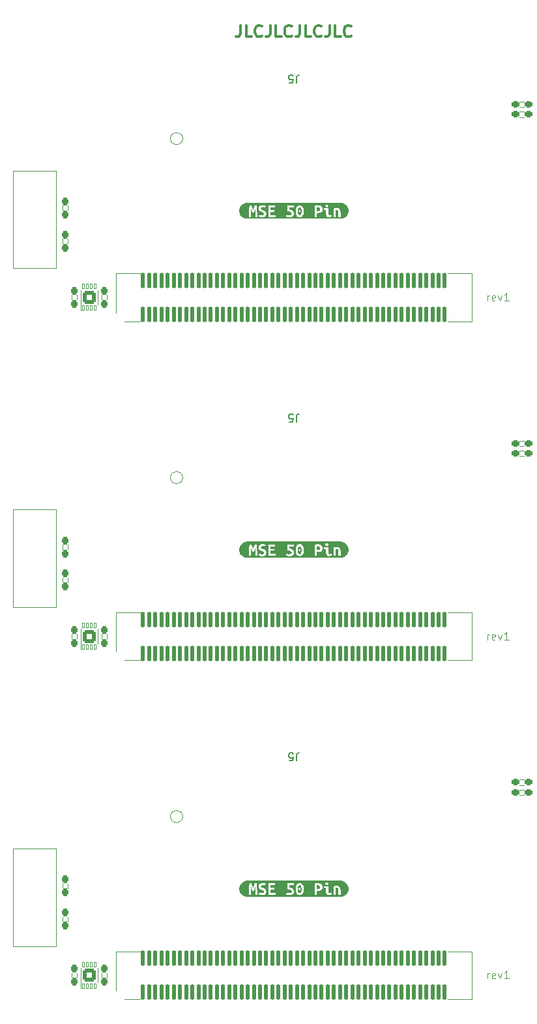
<source format=gto>
G04 #@! TF.GenerationSoftware,KiCad,Pcbnew,8.0.6*
G04 #@! TF.CreationDate,2024-11-07T02:27:27-08:00*
G04 #@! TF.ProjectId,mse-50-hd-panel,6d73652d-3530-42d6-9864-2d70616e656c,1*
G04 #@! TF.SameCoordinates,Original*
G04 #@! TF.FileFunction,Legend,Top*
G04 #@! TF.FilePolarity,Positive*
%FSLAX46Y46*%
G04 Gerber Fmt 4.6, Leading zero omitted, Abs format (unit mm)*
G04 Created by KiCad (PCBNEW 8.0.6) date 2024-11-07 02:27:27*
%MOMM*%
%LPD*%
G01*
G04 APERTURE LIST*
G04 Aperture macros list*
%AMRoundRect*
0 Rectangle with rounded corners*
0 $1 Rounding radius*
0 $2 $3 $4 $5 $6 $7 $8 $9 X,Y pos of 4 corners*
0 Add a 4 corners polygon primitive as box body*
4,1,4,$2,$3,$4,$5,$6,$7,$8,$9,$2,$3,0*
0 Add four circle primitives for the rounded corners*
1,1,$1+$1,$2,$3*
1,1,$1+$1,$4,$5*
1,1,$1+$1,$6,$7*
1,1,$1+$1,$8,$9*
0 Add four rect primitives between the rounded corners*
20,1,$1+$1,$2,$3,$4,$5,0*
20,1,$1+$1,$4,$5,$6,$7,0*
20,1,$1+$1,$6,$7,$8,$9,0*
20,1,$1+$1,$8,$9,$2,$3,0*%
G04 Aperture macros list end*
%ADD10C,0.100000*%
%ADD11C,0.300000*%
%ADD12C,0.150000*%
%ADD13C,0.120000*%
%ADD14C,0.000000*%
%ADD15C,0.500000*%
%ADD16C,1.300000*%
%ADD17C,4.200000*%
%ADD18RoundRect,0.225000X0.225000X-0.275000X0.225000X0.275000X-0.225000X0.275000X-0.225000X-0.275000X0*%
%ADD19C,6.500000*%
%ADD20C,2.500000*%
%ADD21RoundRect,0.062500X0.137500X-0.287500X0.137500X0.287500X-0.137500X0.287500X-0.137500X-0.287500X0*%
%ADD22RoundRect,0.265625X0.584375X-0.584375X0.584375X0.584375X-0.584375X0.584375X-0.584375X-0.584375X0*%
%ADD23RoundRect,0.225000X-0.275000X-0.225000X0.275000X-0.225000X0.275000X0.225000X-0.275000X0.225000X0*%
%ADD24C,2.300000*%
%ADD25C,2.700000*%
%ADD26C,1.950000*%
%ADD27C,0.800000*%
%ADD28C,1.200000*%
%ADD29RoundRect,0.125000X0.125000X0.925000X-0.125000X0.925000X-0.125000X-0.925000X0.125000X-0.925000X0*%
%ADD30RoundRect,0.225000X0.275000X0.225000X-0.275000X0.225000X-0.275000X-0.225000X0.275000X-0.225000X0*%
%ADD31RoundRect,0.225000X-0.225000X0.275000X-0.225000X-0.275000X0.225000X-0.275000X0.225000X0.275000X0*%
G04 APERTURE END LIST*
D10*
X-12357143Y10579581D02*
X-12357143Y11246248D01*
X-12357143Y11055772D02*
X-12309524Y11151010D01*
X-12309524Y11151010D02*
X-12261905Y11198629D01*
X-12261905Y11198629D02*
X-12166667Y11246248D01*
X-12166667Y11246248D02*
X-12071429Y11246248D01*
X-11357143Y10627200D02*
X-11452381Y10579581D01*
X-11452381Y10579581D02*
X-11642857Y10579581D01*
X-11642857Y10579581D02*
X-11738095Y10627200D01*
X-11738095Y10627200D02*
X-11785714Y10722439D01*
X-11785714Y10722439D02*
X-11785714Y11103391D01*
X-11785714Y11103391D02*
X-11738095Y11198629D01*
X-11738095Y11198629D02*
X-11642857Y11246248D01*
X-11642857Y11246248D02*
X-11452381Y11246248D01*
X-11452381Y11246248D02*
X-11357143Y11198629D01*
X-11357143Y11198629D02*
X-11309524Y11103391D01*
X-11309524Y11103391D02*
X-11309524Y11008153D01*
X-11309524Y11008153D02*
X-11785714Y10912915D01*
X-10976190Y11246248D02*
X-10738095Y10579581D01*
X-10738095Y10579581D02*
X-10500000Y11246248D01*
X-9595238Y10579581D02*
X-10166666Y10579581D01*
X-9880952Y10579581D02*
X-9880952Y11579581D01*
X-9880952Y11579581D02*
X-9976190Y11436724D01*
X-9976190Y11436724D02*
X-10071428Y11341486D01*
X-10071428Y11341486D02*
X-10166666Y11293867D01*
X-12357143Y54579581D02*
X-12357143Y55246248D01*
X-12357143Y55055772D02*
X-12309524Y55151010D01*
X-12309524Y55151010D02*
X-12261905Y55198629D01*
X-12261905Y55198629D02*
X-12166667Y55246248D01*
X-12166667Y55246248D02*
X-12071429Y55246248D01*
X-11357143Y54627200D02*
X-11452381Y54579581D01*
X-11452381Y54579581D02*
X-11642857Y54579581D01*
X-11642857Y54579581D02*
X-11738095Y54627200D01*
X-11738095Y54627200D02*
X-11785714Y54722439D01*
X-11785714Y54722439D02*
X-11785714Y55103391D01*
X-11785714Y55103391D02*
X-11738095Y55198629D01*
X-11738095Y55198629D02*
X-11642857Y55246248D01*
X-11642857Y55246248D02*
X-11452381Y55246248D01*
X-11452381Y55246248D02*
X-11357143Y55198629D01*
X-11357143Y55198629D02*
X-11309524Y55103391D01*
X-11309524Y55103391D02*
X-11309524Y55008153D01*
X-11309524Y55008153D02*
X-11785714Y54912915D01*
X-10976190Y55246248D02*
X-10738095Y54579581D01*
X-10738095Y54579581D02*
X-10500000Y55246248D01*
X-9595238Y54579581D02*
X-10166666Y54579581D01*
X-9880952Y54579581D02*
X-9880952Y55579581D01*
X-9880952Y55579581D02*
X-9976190Y55436724D01*
X-9976190Y55436724D02*
X-10071428Y55341486D01*
X-10071428Y55341486D02*
X-10166666Y55293867D01*
D11*
X-44428572Y134325172D02*
X-44428572Y133253743D01*
X-44428572Y133253743D02*
X-44500001Y133039458D01*
X-44500001Y133039458D02*
X-44642858Y132896600D01*
X-44642858Y132896600D02*
X-44857144Y132825172D01*
X-44857144Y132825172D02*
X-45000001Y132825172D01*
X-43000001Y132825172D02*
X-43714287Y132825172D01*
X-43714287Y132825172D02*
X-43714287Y134325172D01*
X-41642858Y132968029D02*
X-41714286Y132896600D01*
X-41714286Y132896600D02*
X-41928572Y132825172D01*
X-41928572Y132825172D02*
X-42071429Y132825172D01*
X-42071429Y132825172D02*
X-42285715Y132896600D01*
X-42285715Y132896600D02*
X-42428572Y133039458D01*
X-42428572Y133039458D02*
X-42500001Y133182315D01*
X-42500001Y133182315D02*
X-42571429Y133468029D01*
X-42571429Y133468029D02*
X-42571429Y133682315D01*
X-42571429Y133682315D02*
X-42500001Y133968029D01*
X-42500001Y133968029D02*
X-42428572Y134110886D01*
X-42428572Y134110886D02*
X-42285715Y134253743D01*
X-42285715Y134253743D02*
X-42071429Y134325172D01*
X-42071429Y134325172D02*
X-41928572Y134325172D01*
X-41928572Y134325172D02*
X-41714286Y134253743D01*
X-41714286Y134253743D02*
X-41642858Y134182315D01*
X-40571429Y134325172D02*
X-40571429Y133253743D01*
X-40571429Y133253743D02*
X-40642858Y133039458D01*
X-40642858Y133039458D02*
X-40785715Y132896600D01*
X-40785715Y132896600D02*
X-41000001Y132825172D01*
X-41000001Y132825172D02*
X-41142858Y132825172D01*
X-39142858Y132825172D02*
X-39857144Y132825172D01*
X-39857144Y132825172D02*
X-39857144Y134325172D01*
X-37785715Y132968029D02*
X-37857143Y132896600D01*
X-37857143Y132896600D02*
X-38071429Y132825172D01*
X-38071429Y132825172D02*
X-38214286Y132825172D01*
X-38214286Y132825172D02*
X-38428572Y132896600D01*
X-38428572Y132896600D02*
X-38571429Y133039458D01*
X-38571429Y133039458D02*
X-38642858Y133182315D01*
X-38642858Y133182315D02*
X-38714286Y133468029D01*
X-38714286Y133468029D02*
X-38714286Y133682315D01*
X-38714286Y133682315D02*
X-38642858Y133968029D01*
X-38642858Y133968029D02*
X-38571429Y134110886D01*
X-38571429Y134110886D02*
X-38428572Y134253743D01*
X-38428572Y134253743D02*
X-38214286Y134325172D01*
X-38214286Y134325172D02*
X-38071429Y134325172D01*
X-38071429Y134325172D02*
X-37857143Y134253743D01*
X-37857143Y134253743D02*
X-37785715Y134182315D01*
X-36714286Y134325172D02*
X-36714286Y133253743D01*
X-36714286Y133253743D02*
X-36785715Y133039458D01*
X-36785715Y133039458D02*
X-36928572Y132896600D01*
X-36928572Y132896600D02*
X-37142858Y132825172D01*
X-37142858Y132825172D02*
X-37285715Y132825172D01*
X-35285715Y132825172D02*
X-36000001Y132825172D01*
X-36000001Y132825172D02*
X-36000001Y134325172D01*
X-33928572Y132968029D02*
X-34000000Y132896600D01*
X-34000000Y132896600D02*
X-34214286Y132825172D01*
X-34214286Y132825172D02*
X-34357143Y132825172D01*
X-34357143Y132825172D02*
X-34571429Y132896600D01*
X-34571429Y132896600D02*
X-34714286Y133039458D01*
X-34714286Y133039458D02*
X-34785715Y133182315D01*
X-34785715Y133182315D02*
X-34857143Y133468029D01*
X-34857143Y133468029D02*
X-34857143Y133682315D01*
X-34857143Y133682315D02*
X-34785715Y133968029D01*
X-34785715Y133968029D02*
X-34714286Y134110886D01*
X-34714286Y134110886D02*
X-34571429Y134253743D01*
X-34571429Y134253743D02*
X-34357143Y134325172D01*
X-34357143Y134325172D02*
X-34214286Y134325172D01*
X-34214286Y134325172D02*
X-34000000Y134253743D01*
X-34000000Y134253743D02*
X-33928572Y134182315D01*
X-32857143Y134325172D02*
X-32857143Y133253743D01*
X-32857143Y133253743D02*
X-32928572Y133039458D01*
X-32928572Y133039458D02*
X-33071429Y132896600D01*
X-33071429Y132896600D02*
X-33285715Y132825172D01*
X-33285715Y132825172D02*
X-33428572Y132825172D01*
X-31428572Y132825172D02*
X-32142858Y132825172D01*
X-32142858Y132825172D02*
X-32142858Y134325172D01*
X-30071429Y132968029D02*
X-30142857Y132896600D01*
X-30142857Y132896600D02*
X-30357143Y132825172D01*
X-30357143Y132825172D02*
X-30500000Y132825172D01*
X-30500000Y132825172D02*
X-30714286Y132896600D01*
X-30714286Y132896600D02*
X-30857143Y133039458D01*
X-30857143Y133039458D02*
X-30928572Y133182315D01*
X-30928572Y133182315D02*
X-31000000Y133468029D01*
X-31000000Y133468029D02*
X-31000000Y133682315D01*
X-31000000Y133682315D02*
X-30928572Y133968029D01*
X-30928572Y133968029D02*
X-30857143Y134110886D01*
X-30857143Y134110886D02*
X-30714286Y134253743D01*
X-30714286Y134253743D02*
X-30500000Y134325172D01*
X-30500000Y134325172D02*
X-30357143Y134325172D01*
X-30357143Y134325172D02*
X-30142857Y134253743D01*
X-30142857Y134253743D02*
X-30071429Y134182315D01*
D10*
X-12357143Y98579581D02*
X-12357143Y99246248D01*
X-12357143Y99055772D02*
X-12309524Y99151010D01*
X-12309524Y99151010D02*
X-12261905Y99198629D01*
X-12261905Y99198629D02*
X-12166667Y99246248D01*
X-12166667Y99246248D02*
X-12071429Y99246248D01*
X-11357143Y98627200D02*
X-11452381Y98579581D01*
X-11452381Y98579581D02*
X-11642857Y98579581D01*
X-11642857Y98579581D02*
X-11738095Y98627200D01*
X-11738095Y98627200D02*
X-11785714Y98722439D01*
X-11785714Y98722439D02*
X-11785714Y99103391D01*
X-11785714Y99103391D02*
X-11738095Y99198629D01*
X-11738095Y99198629D02*
X-11642857Y99246248D01*
X-11642857Y99246248D02*
X-11452381Y99246248D01*
X-11452381Y99246248D02*
X-11357143Y99198629D01*
X-11357143Y99198629D02*
X-11309524Y99103391D01*
X-11309524Y99103391D02*
X-11309524Y99008153D01*
X-11309524Y99008153D02*
X-11785714Y98912915D01*
X-10976190Y99246248D02*
X-10738095Y98579581D01*
X-10738095Y98579581D02*
X-10500000Y99246248D01*
X-9595238Y98579581D02*
X-10166666Y98579581D01*
X-9880952Y98579581D02*
X-9880952Y99579581D01*
X-9880952Y99579581D02*
X-9976190Y99436724D01*
X-9976190Y99436724D02*
X-10071428Y99341486D01*
X-10071428Y99341486D02*
X-10166666Y99293867D01*
D12*
X-37166667Y126856820D02*
X-37166667Y127571105D01*
X-37166667Y127571105D02*
X-37119048Y127713962D01*
X-37119048Y127713962D02*
X-37023810Y127809200D01*
X-37023810Y127809200D02*
X-36880953Y127856820D01*
X-36880953Y127856820D02*
X-36785715Y127856820D01*
X-38119048Y126856820D02*
X-37642858Y126856820D01*
X-37642858Y126856820D02*
X-37595239Y127333010D01*
X-37595239Y127333010D02*
X-37642858Y127285391D01*
X-37642858Y127285391D02*
X-37738096Y127237772D01*
X-37738096Y127237772D02*
X-37976191Y127237772D01*
X-37976191Y127237772D02*
X-38071429Y127285391D01*
X-38071429Y127285391D02*
X-38119048Y127333010D01*
X-38119048Y127333010D02*
X-38166667Y127428248D01*
X-38166667Y127428248D02*
X-38166667Y127666343D01*
X-38166667Y127666343D02*
X-38119048Y127761581D01*
X-38119048Y127761581D02*
X-38071429Y127809200D01*
X-38071429Y127809200D02*
X-37976191Y127856820D01*
X-37976191Y127856820D02*
X-37738096Y127856820D01*
X-37738096Y127856820D02*
X-37642858Y127809200D01*
X-37642858Y127809200D02*
X-37595239Y127761581D01*
X-37166667Y38856820D02*
X-37166667Y39571105D01*
X-37166667Y39571105D02*
X-37119048Y39713962D01*
X-37119048Y39713962D02*
X-37023810Y39809200D01*
X-37023810Y39809200D02*
X-36880953Y39856820D01*
X-36880953Y39856820D02*
X-36785715Y39856820D01*
X-38119048Y38856820D02*
X-37642858Y38856820D01*
X-37642858Y38856820D02*
X-37595239Y39333010D01*
X-37595239Y39333010D02*
X-37642858Y39285391D01*
X-37642858Y39285391D02*
X-37738096Y39237772D01*
X-37738096Y39237772D02*
X-37976191Y39237772D01*
X-37976191Y39237772D02*
X-38071429Y39285391D01*
X-38071429Y39285391D02*
X-38119048Y39333010D01*
X-38119048Y39333010D02*
X-38166667Y39428248D01*
X-38166667Y39428248D02*
X-38166667Y39666343D01*
X-38166667Y39666343D02*
X-38119048Y39761581D01*
X-38119048Y39761581D02*
X-38071429Y39809200D01*
X-38071429Y39809200D02*
X-37976191Y39856820D01*
X-37976191Y39856820D02*
X-37738096Y39856820D01*
X-37738096Y39856820D02*
X-37642858Y39809200D01*
X-37642858Y39809200D02*
X-37595239Y39761581D01*
X-37166667Y82856820D02*
X-37166667Y83571105D01*
X-37166667Y83571105D02*
X-37119048Y83713962D01*
X-37119048Y83713962D02*
X-37023810Y83809200D01*
X-37023810Y83809200D02*
X-36880953Y83856820D01*
X-36880953Y83856820D02*
X-36785715Y83856820D01*
X-38119048Y82856820D02*
X-37642858Y82856820D01*
X-37642858Y82856820D02*
X-37595239Y83333010D01*
X-37595239Y83333010D02*
X-37642858Y83285391D01*
X-37642858Y83285391D02*
X-37738096Y83237772D01*
X-37738096Y83237772D02*
X-37976191Y83237772D01*
X-37976191Y83237772D02*
X-38071429Y83285391D01*
X-38071429Y83285391D02*
X-38119048Y83333010D01*
X-38119048Y83333010D02*
X-38166667Y83428248D01*
X-38166667Y83428248D02*
X-38166667Y83666343D01*
X-38166667Y83666343D02*
X-38119048Y83761581D01*
X-38119048Y83761581D02*
X-38071429Y83809200D01*
X-38071429Y83809200D02*
X-37976191Y83856820D01*
X-37976191Y83856820D02*
X-37738096Y83856820D01*
X-37738096Y83856820D02*
X-37642858Y83809200D01*
X-37642858Y83809200D02*
X-37595239Y83761581D01*
D13*
G04 #@! TO.C,J5*
X-51940003Y119608000D02*
G75*
G02*
X-53539999Y119608000I-799998J0D01*
G01*
X-53539999Y119608000D02*
G75*
G02*
X-51940003Y119608000I799998J0D01*
G01*
D10*
G04 #@! TO.C,C1*
X-66399999Y54702000D02*
X-66399999Y55302000D01*
X-65700001Y55302000D02*
X-65700001Y54702000D01*
D13*
G04 #@! TO.C,J5*
X-51940003Y31608000D02*
G75*
G02*
X-53539999Y31608000I-799998J0D01*
G01*
X-53539999Y31608000D02*
G75*
G02*
X-51940003Y31608000I799998J0D01*
G01*
D10*
G04 #@! TO.C,U1*
X-65200000Y97302000D02*
X-65200000Y99952000D01*
X-63000000Y99952000D02*
X-63000000Y98052000D01*
X-65200000Y9302000D02*
X-65200000Y11952000D01*
X-63000000Y11952000D02*
X-63000000Y10052000D01*
D14*
G04 #@! TO.C,kibuzzard-672C6799*
G36*
X-34248586Y22683038D02*
G01*
X-34165287Y22642145D01*
X-34111672Y22568539D01*
X-34093800Y22456766D01*
X-34111975Y22338935D01*
X-34166498Y22261693D01*
X-34256765Y22218983D01*
X-34382169Y22204746D01*
X-34503332Y22204746D01*
X-34503332Y22689399D01*
X-34429422Y22695457D01*
X-34355513Y22696669D01*
X-34248586Y22683038D01*
G37*
G36*
X-36640953Y22684855D02*
G01*
X-36561894Y22583987D01*
X-36526218Y22480729D01*
X-36504813Y22350277D01*
X-36497678Y22192630D01*
X-36504813Y22033637D01*
X-36526218Y21902377D01*
X-36561894Y21798850D01*
X-36640953Y21697981D01*
X-36747274Y21665108D01*
X-36749697Y21664359D01*
X-36856926Y21697981D01*
X-36936288Y21798850D01*
X-36972637Y21902377D01*
X-36994447Y22033637D01*
X-37001716Y22192630D01*
X-37000599Y22216863D01*
X-36882977Y22216863D01*
X-36846628Y22104181D01*
X-36747274Y22056927D01*
X-36651555Y22104181D01*
X-36613994Y22216863D01*
X-36651555Y22330756D01*
X-36747274Y22379221D01*
X-36846628Y22330756D01*
X-36882977Y22216863D01*
X-37000599Y22216863D01*
X-36994447Y22350277D01*
X-36972637Y22480729D01*
X-36936288Y22583987D01*
X-36856926Y22684855D01*
X-36749697Y22718478D01*
X-36640953Y22684855D01*
G37*
G36*
X-31337556Y23293407D02*
G01*
X-31235974Y23278339D01*
X-31136358Y23253386D01*
X-31039668Y23218790D01*
X-30946834Y23174883D01*
X-30858751Y23122088D01*
X-30776267Y23060914D01*
X-30700176Y22991949D01*
X-30631212Y22915858D01*
X-30570037Y22833374D01*
X-30517242Y22745291D01*
X-30473335Y22652458D01*
X-30438739Y22555767D01*
X-30413786Y22456151D01*
X-30398718Y22354570D01*
X-30393679Y22252000D01*
X-30398718Y22149430D01*
X-30413786Y22047849D01*
X-30438739Y21948233D01*
X-30473335Y21851542D01*
X-30517242Y21758709D01*
X-30570037Y21670626D01*
X-30631212Y21588142D01*
X-30700176Y21512051D01*
X-30776267Y21443086D01*
X-30858751Y21381912D01*
X-30946834Y21329117D01*
X-31039668Y21285210D01*
X-31136358Y21250614D01*
X-31235974Y21225661D01*
X-31337556Y21210593D01*
X-31440125Y21205554D01*
X-31440327Y21205554D01*
X-32911248Y21205554D01*
X-34503332Y21205554D01*
X-36749697Y21205554D01*
X-38077645Y21205554D01*
X-40837742Y21205554D01*
X-41639842Y21205554D01*
X-42257775Y21205554D01*
X-43357936Y21205554D01*
X-43559875Y21205554D01*
X-43662444Y21210593D01*
X-43764026Y21225661D01*
X-43863642Y21250614D01*
X-43960332Y21285210D01*
X-44053166Y21329117D01*
X-44141249Y21381912D01*
X-44218217Y21438995D01*
X-43357936Y21438995D01*
X-43084107Y21438995D01*
X-43096224Y22604585D01*
X-42919326Y21969690D01*
X-42701232Y21969690D01*
X-42517064Y22604585D01*
X-42531603Y21438995D01*
X-42257775Y21438995D01*
X-42260118Y21521386D01*
X-42105109Y21521386D01*
X-41937904Y21447477D01*
X-41807653Y21417489D01*
X-41639842Y21407493D01*
X-41469810Y21420282D01*
X-41402247Y21438995D01*
X-40837742Y21438995D01*
X-39875707Y21438995D01*
X-39875707Y21485037D01*
X-38482330Y21485037D01*
X-38413267Y21458381D01*
X-38312702Y21432937D01*
X-38196385Y21414763D01*
X-38077645Y21407493D01*
X-37938914Y21416580D01*
X-37818356Y21443842D01*
X-37715973Y21487460D01*
X-37631765Y21545619D01*
X-37520295Y21699496D01*
X-37483946Y21892145D01*
X-37500370Y22032695D01*
X-37549643Y22150627D01*
X-37585832Y22192630D01*
X-37270699Y22192630D01*
X-37262369Y22006645D01*
X-37237379Y21846103D01*
X-37195729Y21711006D01*
X-37137419Y21601354D01*
X-37035104Y21493653D01*
X-36905863Y21429033D01*
X-36749697Y21407493D01*
X-36593531Y21429033D01*
X-36464291Y21493653D01*
X-36361975Y21601354D01*
X-36303665Y21711006D01*
X-36262015Y21846103D01*
X-36237025Y22006645D01*
X-36228695Y22192630D01*
X-36237025Y22377480D01*
X-36262015Y22537036D01*
X-36303665Y22671300D01*
X-36361975Y22780271D01*
X-36464291Y22887299D01*
X-36529318Y22919609D01*
X-34801393Y22919609D01*
X-34801393Y21438995D01*
X-34503332Y21438995D01*
X-34503332Y21945457D01*
X-34396708Y21945457D01*
X-34217522Y21958785D01*
X-34067683Y21998769D01*
X-33947193Y22065409D01*
X-33859013Y22161935D01*
X-33806105Y22291580D01*
X-33788469Y22454342D01*
X-33801892Y22577929D01*
X-33633380Y22577929D01*
X-33633380Y22330756D01*
X-33318356Y22330756D01*
X-33318356Y21911532D01*
X-33313510Y21799456D01*
X-33298970Y21700708D01*
X-33232330Y21544407D01*
X-33106321Y21446265D01*
X-33018174Y21420821D01*
X-32911248Y21412339D01*
X-32762217Y21428090D01*
X-32588954Y21487460D01*
X-32627726Y21727363D01*
X-32758582Y21682533D01*
X-32857936Y21671628D01*
X-32982734Y21721305D01*
X-33020295Y21872759D01*
X-33020295Y22541580D01*
X-32356321Y22541580D01*
X-32356321Y21438995D01*
X-32058259Y21438995D01*
X-32058259Y22333179D01*
X-31989196Y22340449D01*
X-31922557Y22342872D01*
X-31774737Y22272598D01*
X-31747476Y22179908D01*
X-31738389Y22042388D01*
X-31738389Y21438995D01*
X-31440327Y21438995D01*
X-31440327Y22081160D01*
X-31445779Y22192327D01*
X-31462137Y22293195D01*
X-31536046Y22457977D01*
X-31677807Y22564601D01*
X-31778978Y22592771D01*
X-31903170Y22602162D01*
X-32036147Y22597315D01*
X-32158825Y22582775D01*
X-32266963Y22562784D01*
X-32356321Y22541580D01*
X-33020295Y22541580D01*
X-33020295Y22577929D01*
X-33221426Y22577929D01*
X-33633380Y22577929D01*
X-33801892Y22577929D01*
X-33805971Y22615489D01*
X-33858475Y22743519D01*
X-33945981Y22838430D01*
X-34065260Y22903723D01*
X-34070339Y22905069D01*
X-33408017Y22905069D01*
X-33353494Y22766943D01*
X-33221426Y22716055D01*
X-33088146Y22766943D01*
X-33032411Y22905069D01*
X-33088146Y23045619D01*
X-33221426Y23096507D01*
X-33353494Y23045619D01*
X-33408017Y22905069D01*
X-34070339Y22905069D01*
X-34213079Y22942899D01*
X-34389439Y22955958D01*
X-34483946Y22953535D01*
X-34592993Y22947477D01*
X-34703251Y22936572D01*
X-34801393Y22919609D01*
X-36529318Y22919609D01*
X-36593531Y22951515D01*
X-36749697Y22972921D01*
X-36903440Y22951381D01*
X-37031873Y22886760D01*
X-37134996Y22779060D01*
X-37194366Y22669710D01*
X-37236773Y22535522D01*
X-37262217Y22376495D01*
X-37270699Y22192630D01*
X-37585832Y22192630D01*
X-37631765Y22245942D01*
X-37747274Y22318101D01*
X-37896708Y22366567D01*
X-38080069Y22391338D01*
X-38067952Y22529464D01*
X-38055836Y22691822D01*
X-37539681Y22691822D01*
X-37539681Y22938995D01*
X-38305432Y22938995D01*
X-38314519Y22753918D01*
X-38327242Y22562178D01*
X-38344204Y22364985D01*
X-38366014Y22163551D01*
X-38199414Y22158401D01*
X-38067952Y22142953D01*
X-37892266Y22084795D01*
X-37809875Y21995134D01*
X-37789277Y21880029D01*
X-37801393Y21800061D01*
X-37846224Y21730998D01*
X-37935884Y21681321D01*
X-38080069Y21661935D01*
X-38193356Y21667388D01*
X-38286046Y21683745D01*
X-38421749Y21732210D01*
X-38482330Y21485037D01*
X-39875707Y21485037D01*
X-39875707Y21686168D01*
X-40539681Y21686168D01*
X-40539681Y22107816D01*
X-40008986Y22107816D01*
X-40008986Y22354989D01*
X-40539681Y22354989D01*
X-40539681Y22691822D01*
X-39929019Y22691822D01*
X-39929019Y22938995D01*
X-40837742Y22938995D01*
X-40837742Y21438995D01*
X-41402247Y21438995D01*
X-41331280Y21458651D01*
X-41224253Y21522598D01*
X-41121567Y21661632D01*
X-41087338Y21848527D01*
X-41097637Y21961511D01*
X-41128534Y22053292D01*
X-41233946Y22188995D01*
X-41374495Y22276233D01*
X-41521103Y22335603D01*
X-41614398Y22371952D01*
X-41699212Y22416782D01*
X-41761006Y22474940D01*
X-41785238Y22551273D01*
X-41758852Y22646857D01*
X-41679692Y22704208D01*
X-41547758Y22723325D01*
X-41376918Y22699092D01*
X-41242427Y22640934D01*
X-41155190Y22871144D01*
X-41328453Y22941418D01*
X-41440226Y22965045D01*
X-41569568Y22972921D01*
X-41718060Y22959728D01*
X-41843666Y22920148D01*
X-41946385Y22854181D01*
X-42049071Y22712420D01*
X-42083300Y22524617D01*
X-42044527Y22346507D01*
X-41946385Y22226556D01*
X-41814317Y22146588D01*
X-41673768Y22090853D01*
X-41571991Y22048446D01*
X-41479907Y21997557D01*
X-41412056Y21933341D01*
X-41385400Y21850950D01*
X-41396305Y21779464D01*
X-41436288Y21716459D01*
X-41515044Y21672840D01*
X-41639842Y21657089D01*
X-41760703Y21665570D01*
X-41861571Y21691015D01*
X-42017872Y21763712D01*
X-42105109Y21521386D01*
X-42260118Y21521386D01*
X-42263227Y21630736D01*
X-42269891Y21818236D01*
X-42278069Y22003010D01*
X-42288065Y22186572D01*
X-42300182Y22370437D01*
X-42314721Y22556120D01*
X-42330775Y22745134D01*
X-42347435Y22938995D01*
X-42594608Y22938995D01*
X-42638227Y22810562D01*
X-42691539Y22644569D01*
X-42752120Y22460401D01*
X-42812702Y22275021D01*
X-42868437Y22449496D01*
X-42926595Y22636087D01*
X-42981119Y22808139D01*
X-43023526Y22938995D01*
X-43270699Y22938995D01*
X-43286753Y22774819D01*
X-43300989Y22597315D01*
X-43313409Y22410118D01*
X-43324011Y22216863D01*
X-43333401Y22019973D01*
X-43342185Y21821871D01*
X-43350363Y21626798D01*
X-43357936Y21438995D01*
X-44218217Y21438995D01*
X-44223733Y21443086D01*
X-44299824Y21512051D01*
X-44368788Y21588142D01*
X-44429963Y21670626D01*
X-44482758Y21758709D01*
X-44526665Y21851542D01*
X-44561261Y21948233D01*
X-44586214Y22047849D01*
X-44601282Y22149430D01*
X-44606321Y22252000D01*
X-44601282Y22354570D01*
X-44586214Y22456151D01*
X-44561261Y22555767D01*
X-44526665Y22652458D01*
X-44482758Y22745291D01*
X-44429963Y22833374D01*
X-44368788Y22915858D01*
X-44299824Y22991949D01*
X-44223733Y23060914D01*
X-44141249Y23122088D01*
X-44053166Y23174883D01*
X-43960332Y23218790D01*
X-43863642Y23253386D01*
X-43764026Y23278339D01*
X-43662444Y23293407D01*
X-43559875Y23298446D01*
X-43357936Y23298446D01*
X-31440327Y23298446D01*
X-31440125Y23298446D01*
X-31337556Y23293407D01*
G37*
D10*
G04 #@! TO.C,R4*
X-8200000Y122402001D02*
X-7600000Y122402001D01*
X-7600000Y123101999D02*
X-8200000Y123101999D01*
G04 #@! TO.C,C1*
X-66399999Y10702000D02*
X-66399999Y11302000D01*
X-65700001Y11302000D02*
X-65700001Y10702000D01*
G04 #@! TO.C,R4*
X-8200000Y34402001D02*
X-7600000Y34402001D01*
X-7600000Y35101999D02*
X-8200000Y35101999D01*
D13*
G04 #@! TO.C,J5*
X-51940003Y75608000D02*
G75*
G02*
X-53539999Y75608000I-799998J0D01*
G01*
X-53539999Y75608000D02*
G75*
G02*
X-51940003Y75608000I799998J0D01*
G01*
D10*
G04 #@! TO.C,R3*
X-67549999Y18602000D02*
X-67549999Y18002000D01*
X-66850001Y18002000D02*
X-66850001Y18602000D01*
G04 #@! TO.C,C1*
X-66399999Y98702000D02*
X-66399999Y99302000D01*
X-65700001Y99302000D02*
X-65700001Y98702000D01*
G04 #@! TO.C,J3*
X-68370000Y58772001D02*
X-73969999Y58772000D01*
X-73969999Y71442000D01*
X-68369999Y71442000D01*
X-68370000Y58772001D01*
D13*
G04 #@! TO.C,J1*
X-60600001Y14102000D02*
X-60600000Y9002000D01*
X-60600001Y14102000D02*
X-57500001Y14102000D01*
X-59500000Y7902000D02*
X-57500001Y7902000D01*
X-17499999Y14102000D02*
X-14399999Y14102000D01*
X-17499999Y7902000D02*
X-14399999Y7902000D01*
X-14399999Y14102000D02*
X-14399999Y7902000D01*
D10*
G04 #@! TO.C,C2*
X-8200000Y80401999D02*
X-7600000Y80401999D01*
X-7600000Y79702001D02*
X-8200000Y79702001D01*
G04 #@! TO.C,R3*
X-67549999Y106602000D02*
X-67549999Y106002000D01*
X-66850001Y106002000D02*
X-66850001Y106602000D01*
G04 #@! TO.C,R1*
X-62499999Y11302000D02*
X-62499999Y10702000D01*
X-61800001Y10702000D02*
X-61800001Y11302000D01*
D13*
G04 #@! TO.C,J1*
X-60600001Y58102000D02*
X-60600000Y53002000D01*
X-60600001Y58102000D02*
X-57500001Y58102000D01*
X-59500000Y51902000D02*
X-57500001Y51902000D01*
X-17499999Y58102000D02*
X-14399999Y58102000D01*
X-17499999Y51902000D02*
X-14399999Y51902000D01*
X-14399999Y58102000D02*
X-14399999Y51902000D01*
D10*
G04 #@! TO.C,R2*
X-67549999Y110902000D02*
X-67549999Y110302000D01*
X-66850001Y110302000D02*
X-66850001Y110902000D01*
G04 #@! TO.C,J3*
X-68370000Y102772001D02*
X-73969999Y102772000D01*
X-73969999Y115442000D01*
X-68369999Y115442000D01*
X-68370000Y102772001D01*
G04 #@! TO.C,C2*
X-8200000Y36401999D02*
X-7600000Y36401999D01*
X-7600000Y35702001D02*
X-8200000Y35702001D01*
G04 #@! TO.C,R2*
X-67549999Y66902000D02*
X-67549999Y66302000D01*
X-66850001Y66302000D02*
X-66850001Y66902000D01*
G04 #@! TO.C,R1*
X-62499999Y55302000D02*
X-62499999Y54702000D01*
X-61800001Y54702000D02*
X-61800001Y55302000D01*
X-62499999Y99302000D02*
X-62499999Y98702000D01*
X-61800001Y98702000D02*
X-61800001Y99302000D01*
D14*
G04 #@! TO.C,kibuzzard-672C6799*
G36*
X-34248586Y66683038D02*
G01*
X-34165287Y66642145D01*
X-34111672Y66568539D01*
X-34093800Y66456766D01*
X-34111975Y66338935D01*
X-34166498Y66261693D01*
X-34256765Y66218983D01*
X-34382169Y66204746D01*
X-34503332Y66204746D01*
X-34503332Y66689399D01*
X-34429422Y66695457D01*
X-34355513Y66696669D01*
X-34248586Y66683038D01*
G37*
G36*
X-36640953Y66684855D02*
G01*
X-36561894Y66583987D01*
X-36526218Y66480729D01*
X-36504813Y66350277D01*
X-36497678Y66192630D01*
X-36504813Y66033637D01*
X-36526218Y65902377D01*
X-36561894Y65798850D01*
X-36640953Y65697981D01*
X-36747274Y65665108D01*
X-36749697Y65664359D01*
X-36856926Y65697981D01*
X-36936288Y65798850D01*
X-36972637Y65902377D01*
X-36994447Y66033637D01*
X-37001716Y66192630D01*
X-37000599Y66216863D01*
X-36882977Y66216863D01*
X-36846628Y66104181D01*
X-36747274Y66056927D01*
X-36651555Y66104181D01*
X-36613994Y66216863D01*
X-36651555Y66330756D01*
X-36747274Y66379221D01*
X-36846628Y66330756D01*
X-36882977Y66216863D01*
X-37000599Y66216863D01*
X-36994447Y66350277D01*
X-36972637Y66480729D01*
X-36936288Y66583987D01*
X-36856926Y66684855D01*
X-36749697Y66718478D01*
X-36640953Y66684855D01*
G37*
G36*
X-31337556Y67293407D02*
G01*
X-31235974Y67278339D01*
X-31136358Y67253386D01*
X-31039668Y67218790D01*
X-30946834Y67174883D01*
X-30858751Y67122088D01*
X-30776267Y67060914D01*
X-30700176Y66991949D01*
X-30631212Y66915858D01*
X-30570037Y66833374D01*
X-30517242Y66745291D01*
X-30473335Y66652458D01*
X-30438739Y66555767D01*
X-30413786Y66456151D01*
X-30398718Y66354570D01*
X-30393679Y66252000D01*
X-30398718Y66149430D01*
X-30413786Y66047849D01*
X-30438739Y65948233D01*
X-30473335Y65851542D01*
X-30517242Y65758709D01*
X-30570037Y65670626D01*
X-30631212Y65588142D01*
X-30700176Y65512051D01*
X-30776267Y65443086D01*
X-30858751Y65381912D01*
X-30946834Y65329117D01*
X-31039668Y65285210D01*
X-31136358Y65250614D01*
X-31235974Y65225661D01*
X-31337556Y65210593D01*
X-31440125Y65205554D01*
X-31440327Y65205554D01*
X-32911248Y65205554D01*
X-34503332Y65205554D01*
X-36749697Y65205554D01*
X-38077645Y65205554D01*
X-40837742Y65205554D01*
X-41639842Y65205554D01*
X-42257775Y65205554D01*
X-43357936Y65205554D01*
X-43559875Y65205554D01*
X-43662444Y65210593D01*
X-43764026Y65225661D01*
X-43863642Y65250614D01*
X-43960332Y65285210D01*
X-44053166Y65329117D01*
X-44141249Y65381912D01*
X-44218217Y65438995D01*
X-43357936Y65438995D01*
X-43084107Y65438995D01*
X-43096224Y66604585D01*
X-42919326Y65969690D01*
X-42701232Y65969690D01*
X-42517064Y66604585D01*
X-42531603Y65438995D01*
X-42257775Y65438995D01*
X-42260118Y65521386D01*
X-42105109Y65521386D01*
X-41937904Y65447477D01*
X-41807653Y65417489D01*
X-41639842Y65407493D01*
X-41469810Y65420282D01*
X-41402247Y65438995D01*
X-40837742Y65438995D01*
X-39875707Y65438995D01*
X-39875707Y65485037D01*
X-38482330Y65485037D01*
X-38413267Y65458381D01*
X-38312702Y65432937D01*
X-38196385Y65414763D01*
X-38077645Y65407493D01*
X-37938914Y65416580D01*
X-37818356Y65443842D01*
X-37715973Y65487460D01*
X-37631765Y65545619D01*
X-37520295Y65699496D01*
X-37483946Y65892145D01*
X-37500370Y66032695D01*
X-37549643Y66150627D01*
X-37585832Y66192630D01*
X-37270699Y66192630D01*
X-37262369Y66006645D01*
X-37237379Y65846103D01*
X-37195729Y65711006D01*
X-37137419Y65601354D01*
X-37035104Y65493653D01*
X-36905863Y65429033D01*
X-36749697Y65407493D01*
X-36593531Y65429033D01*
X-36464291Y65493653D01*
X-36361975Y65601354D01*
X-36303665Y65711006D01*
X-36262015Y65846103D01*
X-36237025Y66006645D01*
X-36228695Y66192630D01*
X-36237025Y66377480D01*
X-36262015Y66537036D01*
X-36303665Y66671300D01*
X-36361975Y66780271D01*
X-36464291Y66887299D01*
X-36529318Y66919609D01*
X-34801393Y66919609D01*
X-34801393Y65438995D01*
X-34503332Y65438995D01*
X-34503332Y65945457D01*
X-34396708Y65945457D01*
X-34217522Y65958785D01*
X-34067683Y65998769D01*
X-33947193Y66065409D01*
X-33859013Y66161935D01*
X-33806105Y66291580D01*
X-33788469Y66454342D01*
X-33801892Y66577929D01*
X-33633380Y66577929D01*
X-33633380Y66330756D01*
X-33318356Y66330756D01*
X-33318356Y65911532D01*
X-33313510Y65799456D01*
X-33298970Y65700708D01*
X-33232330Y65544407D01*
X-33106321Y65446265D01*
X-33018174Y65420821D01*
X-32911248Y65412339D01*
X-32762217Y65428090D01*
X-32588954Y65487460D01*
X-32627726Y65727363D01*
X-32758582Y65682533D01*
X-32857936Y65671628D01*
X-32982734Y65721305D01*
X-33020295Y65872759D01*
X-33020295Y66541580D01*
X-32356321Y66541580D01*
X-32356321Y65438995D01*
X-32058259Y65438995D01*
X-32058259Y66333179D01*
X-31989196Y66340449D01*
X-31922557Y66342872D01*
X-31774737Y66272598D01*
X-31747476Y66179908D01*
X-31738389Y66042388D01*
X-31738389Y65438995D01*
X-31440327Y65438995D01*
X-31440327Y66081160D01*
X-31445779Y66192327D01*
X-31462137Y66293195D01*
X-31536046Y66457977D01*
X-31677807Y66564601D01*
X-31778978Y66592771D01*
X-31903170Y66602162D01*
X-32036147Y66597315D01*
X-32158825Y66582775D01*
X-32266963Y66562784D01*
X-32356321Y66541580D01*
X-33020295Y66541580D01*
X-33020295Y66577929D01*
X-33221426Y66577929D01*
X-33633380Y66577929D01*
X-33801892Y66577929D01*
X-33805971Y66615489D01*
X-33858475Y66743519D01*
X-33945981Y66838430D01*
X-34065260Y66903723D01*
X-34070339Y66905069D01*
X-33408017Y66905069D01*
X-33353494Y66766943D01*
X-33221426Y66716055D01*
X-33088146Y66766943D01*
X-33032411Y66905069D01*
X-33088146Y67045619D01*
X-33221426Y67096507D01*
X-33353494Y67045619D01*
X-33408017Y66905069D01*
X-34070339Y66905069D01*
X-34213079Y66942899D01*
X-34389439Y66955958D01*
X-34483946Y66953535D01*
X-34592993Y66947477D01*
X-34703251Y66936572D01*
X-34801393Y66919609D01*
X-36529318Y66919609D01*
X-36593531Y66951515D01*
X-36749697Y66972921D01*
X-36903440Y66951381D01*
X-37031873Y66886760D01*
X-37134996Y66779060D01*
X-37194366Y66669710D01*
X-37236773Y66535522D01*
X-37262217Y66376495D01*
X-37270699Y66192630D01*
X-37585832Y66192630D01*
X-37631765Y66245942D01*
X-37747274Y66318101D01*
X-37896708Y66366567D01*
X-38080069Y66391338D01*
X-38067952Y66529464D01*
X-38055836Y66691822D01*
X-37539681Y66691822D01*
X-37539681Y66938995D01*
X-38305432Y66938995D01*
X-38314519Y66753918D01*
X-38327242Y66562178D01*
X-38344204Y66364985D01*
X-38366014Y66163551D01*
X-38199414Y66158401D01*
X-38067952Y66142953D01*
X-37892266Y66084795D01*
X-37809875Y65995134D01*
X-37789277Y65880029D01*
X-37801393Y65800061D01*
X-37846224Y65730998D01*
X-37935884Y65681321D01*
X-38080069Y65661935D01*
X-38193356Y65667388D01*
X-38286046Y65683745D01*
X-38421749Y65732210D01*
X-38482330Y65485037D01*
X-39875707Y65485037D01*
X-39875707Y65686168D01*
X-40539681Y65686168D01*
X-40539681Y66107816D01*
X-40008986Y66107816D01*
X-40008986Y66354989D01*
X-40539681Y66354989D01*
X-40539681Y66691822D01*
X-39929019Y66691822D01*
X-39929019Y66938995D01*
X-40837742Y66938995D01*
X-40837742Y65438995D01*
X-41402247Y65438995D01*
X-41331280Y65458651D01*
X-41224253Y65522598D01*
X-41121567Y65661632D01*
X-41087338Y65848527D01*
X-41097637Y65961511D01*
X-41128534Y66053292D01*
X-41233946Y66188995D01*
X-41374495Y66276233D01*
X-41521103Y66335603D01*
X-41614398Y66371952D01*
X-41699212Y66416782D01*
X-41761006Y66474940D01*
X-41785238Y66551273D01*
X-41758852Y66646857D01*
X-41679692Y66704208D01*
X-41547758Y66723325D01*
X-41376918Y66699092D01*
X-41242427Y66640934D01*
X-41155190Y66871144D01*
X-41328453Y66941418D01*
X-41440226Y66965045D01*
X-41569568Y66972921D01*
X-41718060Y66959728D01*
X-41843666Y66920148D01*
X-41946385Y66854181D01*
X-42049071Y66712420D01*
X-42083300Y66524617D01*
X-42044527Y66346507D01*
X-41946385Y66226556D01*
X-41814317Y66146588D01*
X-41673768Y66090853D01*
X-41571991Y66048446D01*
X-41479907Y65997557D01*
X-41412056Y65933341D01*
X-41385400Y65850950D01*
X-41396305Y65779464D01*
X-41436288Y65716459D01*
X-41515044Y65672840D01*
X-41639842Y65657089D01*
X-41760703Y65665570D01*
X-41861571Y65691015D01*
X-42017872Y65763712D01*
X-42105109Y65521386D01*
X-42260118Y65521386D01*
X-42263227Y65630736D01*
X-42269891Y65818236D01*
X-42278069Y66003010D01*
X-42288065Y66186572D01*
X-42300182Y66370437D01*
X-42314721Y66556120D01*
X-42330775Y66745134D01*
X-42347435Y66938995D01*
X-42594608Y66938995D01*
X-42638227Y66810562D01*
X-42691539Y66644569D01*
X-42752120Y66460401D01*
X-42812702Y66275021D01*
X-42868437Y66449496D01*
X-42926595Y66636087D01*
X-42981119Y66808139D01*
X-43023526Y66938995D01*
X-43270699Y66938995D01*
X-43286753Y66774819D01*
X-43300989Y66597315D01*
X-43313409Y66410118D01*
X-43324011Y66216863D01*
X-43333401Y66019973D01*
X-43342185Y65821871D01*
X-43350363Y65626798D01*
X-43357936Y65438995D01*
X-44218217Y65438995D01*
X-44223733Y65443086D01*
X-44299824Y65512051D01*
X-44368788Y65588142D01*
X-44429963Y65670626D01*
X-44482758Y65758709D01*
X-44526665Y65851542D01*
X-44561261Y65948233D01*
X-44586214Y66047849D01*
X-44601282Y66149430D01*
X-44606321Y66252000D01*
X-44601282Y66354570D01*
X-44586214Y66456151D01*
X-44561261Y66555767D01*
X-44526665Y66652458D01*
X-44482758Y66745291D01*
X-44429963Y66833374D01*
X-44368788Y66915858D01*
X-44299824Y66991949D01*
X-44223733Y67060914D01*
X-44141249Y67122088D01*
X-44053166Y67174883D01*
X-43960332Y67218790D01*
X-43863642Y67253386D01*
X-43764026Y67278339D01*
X-43662444Y67293407D01*
X-43559875Y67298446D01*
X-43357936Y67298446D01*
X-31440327Y67298446D01*
X-31440125Y67298446D01*
X-31337556Y67293407D01*
G37*
D13*
G04 #@! TO.C,J1*
X-60600001Y102102000D02*
X-60600000Y97002000D01*
X-60600001Y102102000D02*
X-57500001Y102102000D01*
X-59500000Y95902000D02*
X-57500001Y95902000D01*
X-17499999Y102102000D02*
X-14399999Y102102000D01*
X-17499999Y95902000D02*
X-14399999Y95902000D01*
X-14399999Y102102000D02*
X-14399999Y95902000D01*
D10*
G04 #@! TO.C,U1*
X-65200000Y53302000D02*
X-65200000Y55952000D01*
X-63000000Y55952000D02*
X-63000000Y54052000D01*
G04 #@! TO.C,C2*
X-8200000Y124401999D02*
X-7600000Y124401999D01*
X-7600000Y123702001D02*
X-8200000Y123702001D01*
G04 #@! TO.C,R4*
X-8200000Y78402001D02*
X-7600000Y78402001D01*
X-7600000Y79101999D02*
X-8200000Y79101999D01*
D14*
G04 #@! TO.C,kibuzzard-672C6799*
G36*
X-34248586Y110683038D02*
G01*
X-34165287Y110642145D01*
X-34111672Y110568539D01*
X-34093800Y110456766D01*
X-34111975Y110338935D01*
X-34166498Y110261693D01*
X-34256765Y110218983D01*
X-34382169Y110204746D01*
X-34503332Y110204746D01*
X-34503332Y110689399D01*
X-34429422Y110695457D01*
X-34355513Y110696669D01*
X-34248586Y110683038D01*
G37*
G36*
X-36640953Y110684855D02*
G01*
X-36561894Y110583987D01*
X-36526218Y110480729D01*
X-36504813Y110350277D01*
X-36497678Y110192630D01*
X-36504813Y110033637D01*
X-36526218Y109902377D01*
X-36561894Y109798850D01*
X-36640953Y109697981D01*
X-36747274Y109665108D01*
X-36749697Y109664359D01*
X-36856926Y109697981D01*
X-36936288Y109798850D01*
X-36972637Y109902377D01*
X-36994447Y110033637D01*
X-37001716Y110192630D01*
X-37000599Y110216863D01*
X-36882977Y110216863D01*
X-36846628Y110104181D01*
X-36747274Y110056927D01*
X-36651555Y110104181D01*
X-36613994Y110216863D01*
X-36651555Y110330756D01*
X-36747274Y110379221D01*
X-36846628Y110330756D01*
X-36882977Y110216863D01*
X-37000599Y110216863D01*
X-36994447Y110350277D01*
X-36972637Y110480729D01*
X-36936288Y110583987D01*
X-36856926Y110684855D01*
X-36749697Y110718478D01*
X-36640953Y110684855D01*
G37*
G36*
X-31337556Y111293407D02*
G01*
X-31235974Y111278339D01*
X-31136358Y111253386D01*
X-31039668Y111218790D01*
X-30946834Y111174883D01*
X-30858751Y111122088D01*
X-30776267Y111060914D01*
X-30700176Y110991949D01*
X-30631212Y110915858D01*
X-30570037Y110833374D01*
X-30517242Y110745291D01*
X-30473335Y110652458D01*
X-30438739Y110555767D01*
X-30413786Y110456151D01*
X-30398718Y110354570D01*
X-30393679Y110252000D01*
X-30398718Y110149430D01*
X-30413786Y110047849D01*
X-30438739Y109948233D01*
X-30473335Y109851542D01*
X-30517242Y109758709D01*
X-30570037Y109670626D01*
X-30631212Y109588142D01*
X-30700176Y109512051D01*
X-30776267Y109443086D01*
X-30858751Y109381912D01*
X-30946834Y109329117D01*
X-31039668Y109285210D01*
X-31136358Y109250614D01*
X-31235974Y109225661D01*
X-31337556Y109210593D01*
X-31440125Y109205554D01*
X-31440327Y109205554D01*
X-32911248Y109205554D01*
X-34503332Y109205554D01*
X-36749697Y109205554D01*
X-38077645Y109205554D01*
X-40837742Y109205554D01*
X-41639842Y109205554D01*
X-42257775Y109205554D01*
X-43357936Y109205554D01*
X-43559875Y109205554D01*
X-43662444Y109210593D01*
X-43764026Y109225661D01*
X-43863642Y109250614D01*
X-43960332Y109285210D01*
X-44053166Y109329117D01*
X-44141249Y109381912D01*
X-44218217Y109438995D01*
X-43357936Y109438995D01*
X-43084107Y109438995D01*
X-43096224Y110604585D01*
X-42919326Y109969690D01*
X-42701232Y109969690D01*
X-42517064Y110604585D01*
X-42531603Y109438995D01*
X-42257775Y109438995D01*
X-42260118Y109521386D01*
X-42105109Y109521386D01*
X-41937904Y109447477D01*
X-41807653Y109417489D01*
X-41639842Y109407493D01*
X-41469810Y109420282D01*
X-41402247Y109438995D01*
X-40837742Y109438995D01*
X-39875707Y109438995D01*
X-39875707Y109485037D01*
X-38482330Y109485037D01*
X-38413267Y109458381D01*
X-38312702Y109432937D01*
X-38196385Y109414763D01*
X-38077645Y109407493D01*
X-37938914Y109416580D01*
X-37818356Y109443842D01*
X-37715973Y109487460D01*
X-37631765Y109545619D01*
X-37520295Y109699496D01*
X-37483946Y109892145D01*
X-37500370Y110032695D01*
X-37549643Y110150627D01*
X-37585832Y110192630D01*
X-37270699Y110192630D01*
X-37262369Y110006645D01*
X-37237379Y109846103D01*
X-37195729Y109711006D01*
X-37137419Y109601354D01*
X-37035104Y109493653D01*
X-36905863Y109429033D01*
X-36749697Y109407493D01*
X-36593531Y109429033D01*
X-36464291Y109493653D01*
X-36361975Y109601354D01*
X-36303665Y109711006D01*
X-36262015Y109846103D01*
X-36237025Y110006645D01*
X-36228695Y110192630D01*
X-36237025Y110377480D01*
X-36262015Y110537036D01*
X-36303665Y110671300D01*
X-36361975Y110780271D01*
X-36464291Y110887299D01*
X-36529318Y110919609D01*
X-34801393Y110919609D01*
X-34801393Y109438995D01*
X-34503332Y109438995D01*
X-34503332Y109945457D01*
X-34396708Y109945457D01*
X-34217522Y109958785D01*
X-34067683Y109998769D01*
X-33947193Y110065409D01*
X-33859013Y110161935D01*
X-33806105Y110291580D01*
X-33788469Y110454342D01*
X-33801892Y110577929D01*
X-33633380Y110577929D01*
X-33633380Y110330756D01*
X-33318356Y110330756D01*
X-33318356Y109911532D01*
X-33313510Y109799456D01*
X-33298970Y109700708D01*
X-33232330Y109544407D01*
X-33106321Y109446265D01*
X-33018174Y109420821D01*
X-32911248Y109412339D01*
X-32762217Y109428090D01*
X-32588954Y109487460D01*
X-32627726Y109727363D01*
X-32758582Y109682533D01*
X-32857936Y109671628D01*
X-32982734Y109721305D01*
X-33020295Y109872759D01*
X-33020295Y110541580D01*
X-32356321Y110541580D01*
X-32356321Y109438995D01*
X-32058259Y109438995D01*
X-32058259Y110333179D01*
X-31989196Y110340449D01*
X-31922557Y110342872D01*
X-31774737Y110272598D01*
X-31747476Y110179908D01*
X-31738389Y110042388D01*
X-31738389Y109438995D01*
X-31440327Y109438995D01*
X-31440327Y110081160D01*
X-31445779Y110192327D01*
X-31462137Y110293195D01*
X-31536046Y110457977D01*
X-31677807Y110564601D01*
X-31778978Y110592771D01*
X-31903170Y110602162D01*
X-32036147Y110597315D01*
X-32158825Y110582775D01*
X-32266963Y110562784D01*
X-32356321Y110541580D01*
X-33020295Y110541580D01*
X-33020295Y110577929D01*
X-33221426Y110577929D01*
X-33633380Y110577929D01*
X-33801892Y110577929D01*
X-33805971Y110615489D01*
X-33858475Y110743519D01*
X-33945981Y110838430D01*
X-34065260Y110903723D01*
X-34070339Y110905069D01*
X-33408017Y110905069D01*
X-33353494Y110766943D01*
X-33221426Y110716055D01*
X-33088146Y110766943D01*
X-33032411Y110905069D01*
X-33088146Y111045619D01*
X-33221426Y111096507D01*
X-33353494Y111045619D01*
X-33408017Y110905069D01*
X-34070339Y110905069D01*
X-34213079Y110942899D01*
X-34389439Y110955958D01*
X-34483946Y110953535D01*
X-34592993Y110947477D01*
X-34703251Y110936572D01*
X-34801393Y110919609D01*
X-36529318Y110919609D01*
X-36593531Y110951515D01*
X-36749697Y110972921D01*
X-36903440Y110951381D01*
X-37031873Y110886760D01*
X-37134996Y110779060D01*
X-37194366Y110669710D01*
X-37236773Y110535522D01*
X-37262217Y110376495D01*
X-37270699Y110192630D01*
X-37585832Y110192630D01*
X-37631765Y110245942D01*
X-37747274Y110318101D01*
X-37896708Y110366567D01*
X-38080069Y110391338D01*
X-38067952Y110529464D01*
X-38055836Y110691822D01*
X-37539681Y110691822D01*
X-37539681Y110938995D01*
X-38305432Y110938995D01*
X-38314519Y110753918D01*
X-38327242Y110562178D01*
X-38344204Y110364985D01*
X-38366014Y110163551D01*
X-38199414Y110158401D01*
X-38067952Y110142953D01*
X-37892266Y110084795D01*
X-37809875Y109995134D01*
X-37789277Y109880029D01*
X-37801393Y109800061D01*
X-37846224Y109730998D01*
X-37935884Y109681321D01*
X-38080069Y109661935D01*
X-38193356Y109667388D01*
X-38286046Y109683745D01*
X-38421749Y109732210D01*
X-38482330Y109485037D01*
X-39875707Y109485037D01*
X-39875707Y109686168D01*
X-40539681Y109686168D01*
X-40539681Y110107816D01*
X-40008986Y110107816D01*
X-40008986Y110354989D01*
X-40539681Y110354989D01*
X-40539681Y110691822D01*
X-39929019Y110691822D01*
X-39929019Y110938995D01*
X-40837742Y110938995D01*
X-40837742Y109438995D01*
X-41402247Y109438995D01*
X-41331280Y109458651D01*
X-41224253Y109522598D01*
X-41121567Y109661632D01*
X-41087338Y109848527D01*
X-41097637Y109961511D01*
X-41128534Y110053292D01*
X-41233946Y110188995D01*
X-41374495Y110276233D01*
X-41521103Y110335603D01*
X-41614398Y110371952D01*
X-41699212Y110416782D01*
X-41761006Y110474940D01*
X-41785238Y110551273D01*
X-41758852Y110646857D01*
X-41679692Y110704208D01*
X-41547758Y110723325D01*
X-41376918Y110699092D01*
X-41242427Y110640934D01*
X-41155190Y110871144D01*
X-41328453Y110941418D01*
X-41440226Y110965045D01*
X-41569568Y110972921D01*
X-41718060Y110959728D01*
X-41843666Y110920148D01*
X-41946385Y110854181D01*
X-42049071Y110712420D01*
X-42083300Y110524617D01*
X-42044527Y110346507D01*
X-41946385Y110226556D01*
X-41814317Y110146588D01*
X-41673768Y110090853D01*
X-41571991Y110048446D01*
X-41479907Y109997557D01*
X-41412056Y109933341D01*
X-41385400Y109850950D01*
X-41396305Y109779464D01*
X-41436288Y109716459D01*
X-41515044Y109672840D01*
X-41639842Y109657089D01*
X-41760703Y109665570D01*
X-41861571Y109691015D01*
X-42017872Y109763712D01*
X-42105109Y109521386D01*
X-42260118Y109521386D01*
X-42263227Y109630736D01*
X-42269891Y109818236D01*
X-42278069Y110003010D01*
X-42288065Y110186572D01*
X-42300182Y110370437D01*
X-42314721Y110556120D01*
X-42330775Y110745134D01*
X-42347435Y110938995D01*
X-42594608Y110938995D01*
X-42638227Y110810562D01*
X-42691539Y110644569D01*
X-42752120Y110460401D01*
X-42812702Y110275021D01*
X-42868437Y110449496D01*
X-42926595Y110636087D01*
X-42981119Y110808139D01*
X-43023526Y110938995D01*
X-43270699Y110938995D01*
X-43286753Y110774819D01*
X-43300989Y110597315D01*
X-43313409Y110410118D01*
X-43324011Y110216863D01*
X-43333401Y110019973D01*
X-43342185Y109821871D01*
X-43350363Y109626798D01*
X-43357936Y109438995D01*
X-44218217Y109438995D01*
X-44223733Y109443086D01*
X-44299824Y109512051D01*
X-44368788Y109588142D01*
X-44429963Y109670626D01*
X-44482758Y109758709D01*
X-44526665Y109851542D01*
X-44561261Y109948233D01*
X-44586214Y110047849D01*
X-44601282Y110149430D01*
X-44606321Y110252000D01*
X-44601282Y110354570D01*
X-44586214Y110456151D01*
X-44561261Y110555767D01*
X-44526665Y110652458D01*
X-44482758Y110745291D01*
X-44429963Y110833374D01*
X-44368788Y110915858D01*
X-44299824Y110991949D01*
X-44223733Y111060914D01*
X-44141249Y111122088D01*
X-44053166Y111174883D01*
X-43960332Y111218790D01*
X-43863642Y111253386D01*
X-43764026Y111278339D01*
X-43662444Y111293407D01*
X-43559875Y111298446D01*
X-43357936Y111298446D01*
X-31440327Y111298446D01*
X-31440125Y111298446D01*
X-31337556Y111293407D01*
G37*
D10*
G04 #@! TO.C,J3*
X-68370000Y14772001D02*
X-73969999Y14772000D01*
X-73969999Y27442000D01*
X-68369999Y27442000D01*
X-68370000Y14772001D01*
G04 #@! TO.C,R3*
X-67549999Y62602000D02*
X-67549999Y62002000D01*
X-66850001Y62002000D02*
X-66850001Y62602000D01*
G04 #@! TO.C,R2*
X-67549999Y22902000D02*
X-67549999Y22302000D01*
X-66850001Y22302000D02*
X-66850001Y22902000D01*
G04 #@! TD*
%LPC*%
D15*
G04 #@! TO.C,KiKit_MB_11_1*
X-13101000Y41002000D03*
G04 #@! TD*
G04 #@! TO.C,KiKit_MB_10_6*
X-61899000Y41002000D03*
G04 #@! TD*
G04 #@! TO.C,KiKit_MB_6_6*
X-61899000Y85002000D03*
G04 #@! TD*
G04 #@! TO.C,KiKit_MB_5_6*
X-13101000Y51002000D03*
G04 #@! TD*
G04 #@! TO.C,KiKit_MB_7_6*
X-8899001Y85002000D03*
G04 #@! TD*
D16*
G04 #@! TO.C,J5*
X-52740001Y119608000D03*
X-51470000Y121513001D03*
X-50200000Y119608000D03*
X-48930001Y121513001D03*
X-47659999Y119608000D03*
X-46390000Y121512998D03*
X-45119999Y119608000D03*
X-43850001Y121513001D03*
X-42579998Y119608000D03*
X-41310001Y121513001D03*
X-40039997Y119608000D03*
X-38770000Y121513001D03*
X-37500000Y119608000D03*
X-36229999Y121512998D03*
X-34959999Y119608000D03*
X-33690000Y121512998D03*
X-32419998Y119608000D03*
X-31149999Y121513001D03*
X-29880001Y119608000D03*
X-28610000Y121513001D03*
X-27340000Y119608000D03*
X-26070000Y121513001D03*
X-24799999Y119608000D03*
X-23530000Y121512998D03*
X-22259999Y119608000D03*
X-52740002Y123418000D03*
X-51470000Y125322999D03*
X-50200002Y123417999D03*
X-48929998Y125322999D03*
X-47660000Y123417999D03*
X-46389999Y125322999D03*
X-45120000Y123417999D03*
X-43849998Y125322999D03*
X-42580001Y123417999D03*
X-41309999Y125322999D03*
X-40040000Y123418000D03*
X-38770000Y125322999D03*
X-37500000Y123417999D03*
X-36229999Y125322999D03*
X-34960002Y123417999D03*
X-33689997Y125322999D03*
X-32420000Y123417999D03*
X-31149999Y125322999D03*
X-29880002Y123418000D03*
X-28610000Y125322998D03*
X-27340002Y123417999D03*
X-26069998Y125322999D03*
X-24800000Y123417999D03*
X-23529999Y125322999D03*
X-22260000Y123417999D03*
D17*
X-14258999Y123417999D03*
X-60741000Y123417999D03*
G04 #@! TD*
D18*
G04 #@! TO.C,C1*
X-66050000Y54152000D03*
X-66050000Y55852000D03*
G04 #@! TD*
D15*
G04 #@! TO.C,KiKit_MB_1_2*
X-9739401Y95002000D03*
G04 #@! TD*
G04 #@! TO.C,KiKit_MB_6_2*
X-65260599Y85002000D03*
G04 #@! TD*
G04 #@! TO.C,KiKit_MB_1_4*
X-11420200Y95002000D03*
G04 #@! TD*
G04 #@! TO.C,KiKit_MB_10_3*
X-64420199Y41002000D03*
G04 #@! TD*
G04 #@! TO.C,KiKit_MB_7_2*
X-12260600Y85002000D03*
G04 #@! TD*
G04 #@! TO.C,KiKit_MB_9_5*
X-12260600Y7002000D03*
G04 #@! TD*
G04 #@! TO.C,KiKit_MB_3_3*
X-11420200Y129002000D03*
G04 #@! TD*
G04 #@! TO.C,KiKit_MB_9_1*
X-8899001Y7002000D03*
G04 #@! TD*
D16*
G04 #@! TO.C,J5*
X-52740001Y31608000D03*
X-51470000Y33513001D03*
X-50200000Y31608000D03*
X-48930001Y33513001D03*
X-47659999Y31608000D03*
X-46390000Y33512998D03*
X-45119999Y31608000D03*
X-43850001Y33513001D03*
X-42579998Y31608000D03*
X-41310001Y33513001D03*
X-40039997Y31608000D03*
X-38770000Y33513001D03*
X-37500000Y31608000D03*
X-36229999Y33512998D03*
X-34959999Y31608000D03*
X-33690000Y33512998D03*
X-32419998Y31608000D03*
X-31149999Y33513001D03*
X-29880001Y31608000D03*
X-28610000Y33513001D03*
X-27340000Y31608000D03*
X-26070000Y33513001D03*
X-24799999Y31608000D03*
X-23530000Y33512998D03*
X-22259999Y31608000D03*
X-52740002Y35418000D03*
X-51470000Y37322999D03*
X-50200002Y35417999D03*
X-48929998Y37322999D03*
X-47660000Y35417999D03*
X-46389999Y37322999D03*
X-45120000Y35417999D03*
X-43849998Y37322999D03*
X-42580001Y35417999D03*
X-41309999Y37322999D03*
X-40040000Y35418000D03*
X-38770000Y37322999D03*
X-37500000Y35417999D03*
X-36229999Y37322999D03*
X-34960002Y35417999D03*
X-33689997Y37322999D03*
X-32420000Y35417999D03*
X-31149999Y37322999D03*
X-29880002Y35418000D03*
X-28610000Y37322998D03*
X-27340002Y35417999D03*
X-26069998Y37322999D03*
X-24800000Y35417999D03*
X-23529999Y37322999D03*
X-22260000Y35417999D03*
D17*
X-14258999Y35417999D03*
X-60741000Y35417999D03*
G04 #@! TD*
D15*
G04 #@! TO.C,KiKit_MB_4_2*
X-62739400Y95002000D03*
G04 #@! TD*
G04 #@! TO.C,KiKit_MB_10_2*
X-65260599Y41002000D03*
G04 #@! TD*
D19*
G04 #@! TO.C,H3*
X-71000000Y99002000D03*
G04 #@! TD*
D20*
G04 #@! TO.C,KiKit_FID_T_2*
X-2500000Y133503500D03*
G04 #@! TD*
D21*
G04 #@! TO.C,U1*
X-64850001Y97602000D03*
X-64350000Y97602000D03*
X-63850000Y97602000D03*
X-63349999Y97602000D03*
X-63349999Y100402000D03*
X-63850000Y100402000D03*
X-64350000Y100402000D03*
X-64850001Y100402000D03*
D22*
X-64100000Y99002000D03*
G04 #@! TD*
D15*
G04 #@! TO.C,KiKit_MB_8_5*
X-65260599Y51002000D03*
G04 #@! TD*
G04 #@! TO.C,KiKit_MB_9_3*
X-10579801Y7002000D03*
G04 #@! TD*
G04 #@! TO.C,KiKit_MB_7_1*
X-13101000Y85002000D03*
G04 #@! TD*
D21*
G04 #@! TO.C,U1*
X-64850001Y9602000D03*
X-64350000Y9602000D03*
X-63850000Y9602000D03*
X-63349999Y9602000D03*
X-63349999Y12402000D03*
X-63850000Y12402000D03*
X-64350000Y12402000D03*
X-64850001Y12402000D03*
D22*
X-64100000Y11002000D03*
G04 #@! TD*
D15*
G04 #@! TO.C,KiKit_MB_2_1*
X-66100999Y129002000D03*
G04 #@! TD*
G04 #@! TO.C,KiKit_MB_12_1*
X-61899000Y7002000D03*
G04 #@! TD*
G04 #@! TO.C,KiKit_MB_1_6*
X-13101000Y95002000D03*
G04 #@! TD*
D23*
G04 #@! TO.C,R4*
X-8750000Y122752000D03*
X-7050000Y122752000D03*
G04 #@! TD*
D15*
G04 #@! TO.C,KiKit_MB_2_4*
X-63579800Y129002000D03*
G04 #@! TD*
G04 #@! TO.C,KiKit_MB_3_6*
X-8899001Y129002000D03*
G04 #@! TD*
G04 #@! TO.C,KiKit_MB_10_1*
X-66100999Y41002000D03*
G04 #@! TD*
G04 #@! TO.C,KiKit_MB_11_6*
X-8899001Y41002000D03*
G04 #@! TD*
D18*
G04 #@! TO.C,C1*
X-66050000Y10152000D03*
X-66050000Y11852000D03*
G04 #@! TD*
D15*
G04 #@! TO.C,KiKit_MB_4_5*
X-65260599Y95002000D03*
G04 #@! TD*
G04 #@! TO.C,KiKit_MB_4_1*
X-61899000Y95002000D03*
G04 #@! TD*
G04 #@! TO.C,KiKit_MB_3_2*
X-12260600Y129002000D03*
G04 #@! TD*
G04 #@! TO.C,KiKit_MB_12_5*
X-65260599Y7002000D03*
G04 #@! TD*
D19*
G04 #@! TO.C,H3*
X-71000000Y55002000D03*
G04 #@! TD*
D15*
G04 #@! TO.C,KiKit_MB_2_6*
X-61899000Y129002000D03*
G04 #@! TD*
G04 #@! TO.C,KiKit_MB_12_2*
X-62739400Y7002000D03*
G04 #@! TD*
G04 #@! TO.C,KiKit_MB_6_5*
X-62739400Y85002000D03*
G04 #@! TD*
G04 #@! TO.C,KiKit_MB_8_1*
X-61899000Y51002000D03*
G04 #@! TD*
D23*
G04 #@! TO.C,R4*
X-8750000Y34752000D03*
X-7050000Y34752000D03*
G04 #@! TD*
D16*
G04 #@! TO.C,J5*
X-52740001Y75608000D03*
X-51470000Y77513001D03*
X-50200000Y75608000D03*
X-48930001Y77513001D03*
X-47659999Y75608000D03*
X-46390000Y77512998D03*
X-45119999Y75608000D03*
X-43850001Y77513001D03*
X-42579998Y75608000D03*
X-41310001Y77513001D03*
X-40039997Y75608000D03*
X-38770000Y77513001D03*
X-37500000Y75608000D03*
X-36229999Y77512998D03*
X-34959999Y75608000D03*
X-33690000Y77512998D03*
X-32419998Y75608000D03*
X-31149999Y77513001D03*
X-29880001Y75608000D03*
X-28610000Y77513001D03*
X-27340000Y75608000D03*
X-26070000Y77513001D03*
X-24799999Y75608000D03*
X-23530000Y77512998D03*
X-22259999Y75608000D03*
X-52740002Y79418000D03*
X-51470000Y81322999D03*
X-50200002Y79417999D03*
X-48929998Y81322999D03*
X-47660000Y79417999D03*
X-46389999Y81322999D03*
X-45120000Y79417999D03*
X-43849998Y81322999D03*
X-42580001Y79417999D03*
X-41309999Y81322999D03*
X-40040000Y79418000D03*
X-38770000Y81322999D03*
X-37500000Y79417999D03*
X-36229999Y81322999D03*
X-34960002Y79417999D03*
X-33689997Y81322999D03*
X-32420000Y79417999D03*
X-31149999Y81322999D03*
X-29880002Y79418000D03*
X-28610000Y81322998D03*
X-27340002Y79417999D03*
X-26069998Y81322999D03*
X-24800000Y79417999D03*
X-23529999Y81322999D03*
X-22260000Y79417999D03*
D17*
X-14258999Y79417999D03*
X-60741000Y79417999D03*
G04 #@! TD*
D18*
G04 #@! TO.C,R3*
X-67200000Y17452000D03*
X-67200000Y19152000D03*
G04 #@! TD*
D15*
G04 #@! TO.C,KiKit_MB_5_5*
X-12260600Y51002000D03*
G04 #@! TD*
G04 #@! TO.C,KiKit_MB_10_4*
X-63579800Y41002000D03*
G04 #@! TD*
D18*
G04 #@! TO.C,C1*
X-66050000Y98152000D03*
X-66050000Y99852000D03*
G04 #@! TD*
D19*
G04 #@! TO.C,H3*
X-71000000Y11002000D03*
G04 #@! TD*
D24*
G04 #@! TO.C,J3*
X-72440000Y61872000D03*
D25*
X-69900000Y68342000D03*
D26*
X-72440000Y67012000D03*
X-69900000Y65742000D03*
X-72440000Y64472000D03*
X-69900000Y63202000D03*
G04 #@! TD*
D27*
G04 #@! TO.C,J1*
X-15400000Y11002000D03*
D28*
X-59600000Y11002000D03*
D29*
X-57100000Y8802000D03*
X-57100000Y13202000D03*
X-56300000Y8802001D03*
X-56300000Y13201999D03*
X-55500000Y8802000D03*
X-55500000Y13202000D03*
X-54700001Y8802000D03*
X-54700001Y13202000D03*
X-53900000Y8802000D03*
X-53900000Y13202000D03*
X-53100000Y8802000D03*
X-53100000Y13202000D03*
X-52299999Y8802000D03*
X-52299999Y13202000D03*
X-51500000Y8802000D03*
X-51500000Y13202000D03*
X-50700000Y8802001D03*
X-50700000Y13201999D03*
X-49900000Y8802000D03*
X-49900000Y13202000D03*
X-49100000Y8802000D03*
X-49100000Y13202000D03*
X-48300000Y8802000D03*
X-48300000Y13202000D03*
X-47500000Y8802000D03*
X-47500000Y13202000D03*
X-46699999Y8802000D03*
X-46699999Y13202000D03*
X-45900000Y8802000D03*
X-45900000Y13202000D03*
X-45100000Y8802001D03*
X-45100000Y13201999D03*
X-44300000Y8802000D03*
X-44300000Y13202000D03*
X-43500000Y8802000D03*
X-43500000Y13202000D03*
X-42700000Y8802000D03*
X-42700000Y13202000D03*
X-41900000Y8802000D03*
X-41900000Y13202000D03*
X-41099999Y8802000D03*
X-41099999Y13202000D03*
X-40300000Y8802000D03*
X-40300000Y13202000D03*
X-39500000Y8802001D03*
X-39500000Y13201999D03*
X-38700000Y8802000D03*
X-38700000Y13202000D03*
X-37900000Y8802000D03*
X-37900000Y13202000D03*
X-37100000Y8802000D03*
X-37100000Y13202000D03*
X-36300000Y8802000D03*
X-36300000Y13202000D03*
X-35500000Y8802001D03*
X-35500000Y13201999D03*
X-34700000Y8802000D03*
X-34700000Y13202000D03*
X-33900001Y8802000D03*
X-33900001Y13202000D03*
X-33100000Y8802000D03*
X-33100000Y13202000D03*
X-32300000Y8802000D03*
X-32300000Y13202000D03*
X-31500000Y8802000D03*
X-31500000Y13202000D03*
X-30700000Y8802000D03*
X-30700000Y13202000D03*
X-29900000Y8802001D03*
X-29900000Y13201999D03*
X-29100000Y8802000D03*
X-29100000Y13202000D03*
X-28300001Y8802000D03*
X-28300001Y13202000D03*
X-27500000Y8802000D03*
X-27500000Y13202000D03*
X-26700000Y8802000D03*
X-26700000Y13202000D03*
X-25900000Y8802000D03*
X-25900000Y13202000D03*
X-25100000Y8802000D03*
X-25100000Y13202000D03*
X-24300000Y8802001D03*
X-24300000Y13201999D03*
X-23500000Y8802000D03*
X-23500000Y13202000D03*
X-22700001Y8802000D03*
X-22700001Y13202000D03*
X-21900000Y8802000D03*
X-21900000Y13202000D03*
X-21100000Y8802000D03*
X-21100000Y13202000D03*
X-20299999Y8802000D03*
X-20299999Y13202000D03*
X-19500000Y8802000D03*
X-19500000Y13202000D03*
X-18700000Y8802001D03*
X-18700000Y13201999D03*
X-17900000Y8802000D03*
X-17900000Y13202000D03*
G04 #@! TD*
D15*
G04 #@! TO.C,KiKit_MB_5_3*
X-10579801Y51002000D03*
G04 #@! TD*
D30*
G04 #@! TO.C,C2*
X-7050000Y80052000D03*
X-8750000Y80052000D03*
G04 #@! TD*
D15*
G04 #@! TO.C,KiKit_MB_7_5*
X-9739401Y85002000D03*
G04 #@! TD*
D18*
G04 #@! TO.C,R3*
X-67200000Y105452000D03*
X-67200000Y107152000D03*
G04 #@! TD*
D15*
G04 #@! TO.C,KiKit_MB_2_3*
X-64420199Y129002000D03*
G04 #@! TD*
G04 #@! TO.C,KiKit_MB_9_4*
X-11420200Y7002000D03*
G04 #@! TD*
G04 #@! TO.C,KiKit_MB_4_4*
X-64420199Y95002000D03*
G04 #@! TD*
G04 #@! TO.C,KiKit_MB_9_6*
X-13101000Y7002000D03*
G04 #@! TD*
G04 #@! TO.C,KiKit_MB_9_2*
X-9739401Y7002000D03*
G04 #@! TD*
G04 #@! TO.C,KiKit_MB_4_3*
X-63579800Y95002000D03*
G04 #@! TD*
D19*
G04 #@! TO.C,H4*
X-4000000Y55002000D03*
G04 #@! TD*
D18*
G04 #@! TO.C,R1*
X-62150000Y10152000D03*
X-62150000Y11852000D03*
G04 #@! TD*
D15*
G04 #@! TO.C,KiKit_MB_6_1*
X-66100999Y85002000D03*
G04 #@! TD*
G04 #@! TO.C,KiKit_MB_11_5*
X-9739401Y41002000D03*
G04 #@! TD*
D27*
G04 #@! TO.C,J1*
X-15400000Y55002000D03*
D28*
X-59600000Y55002000D03*
D29*
X-57100000Y52802000D03*
X-57100000Y57202000D03*
X-56300000Y52802001D03*
X-56300000Y57201999D03*
X-55500000Y52802000D03*
X-55500000Y57202000D03*
X-54700001Y52802000D03*
X-54700001Y57202000D03*
X-53900000Y52802000D03*
X-53900000Y57202000D03*
X-53100000Y52802000D03*
X-53100000Y57202000D03*
X-52299999Y52802000D03*
X-52299999Y57202000D03*
X-51500000Y52802000D03*
X-51500000Y57202000D03*
X-50700000Y52802001D03*
X-50700000Y57201999D03*
X-49900000Y52802000D03*
X-49900000Y57202000D03*
X-49100000Y52802000D03*
X-49100000Y57202000D03*
X-48300000Y52802000D03*
X-48300000Y57202000D03*
X-47500000Y52802000D03*
X-47500000Y57202000D03*
X-46699999Y52802000D03*
X-46699999Y57202000D03*
X-45900000Y52802000D03*
X-45900000Y57202000D03*
X-45100000Y52802001D03*
X-45100000Y57201999D03*
X-44300000Y52802000D03*
X-44300000Y57202000D03*
X-43500000Y52802000D03*
X-43500000Y57202000D03*
X-42700000Y52802000D03*
X-42700000Y57202000D03*
X-41900000Y52802000D03*
X-41900000Y57202000D03*
X-41099999Y52802000D03*
X-41099999Y57202000D03*
X-40300000Y52802000D03*
X-40300000Y57202000D03*
X-39500000Y52802001D03*
X-39500000Y57201999D03*
X-38700000Y52802000D03*
X-38700000Y57202000D03*
X-37900000Y52802000D03*
X-37900000Y57202000D03*
X-37100000Y52802000D03*
X-37100000Y57202000D03*
X-36300000Y52802000D03*
X-36300000Y57202000D03*
X-35500000Y52802001D03*
X-35500000Y57201999D03*
X-34700000Y52802000D03*
X-34700000Y57202000D03*
X-33900001Y52802000D03*
X-33900001Y57202000D03*
X-33100000Y52802000D03*
X-33100000Y57202000D03*
X-32300000Y52802000D03*
X-32300000Y57202000D03*
X-31500000Y52802000D03*
X-31500000Y57202000D03*
X-30700000Y52802000D03*
X-30700000Y57202000D03*
X-29900000Y52802001D03*
X-29900000Y57201999D03*
X-29100000Y52802000D03*
X-29100000Y57202000D03*
X-28300001Y52802000D03*
X-28300001Y57202000D03*
X-27500000Y52802000D03*
X-27500000Y57202000D03*
X-26700000Y52802000D03*
X-26700000Y57202000D03*
X-25900000Y52802000D03*
X-25900000Y57202000D03*
X-25100000Y52802000D03*
X-25100000Y57202000D03*
X-24300000Y52802001D03*
X-24300000Y57201999D03*
X-23500000Y52802000D03*
X-23500000Y57202000D03*
X-22700001Y52802000D03*
X-22700001Y57202000D03*
X-21900000Y52802000D03*
X-21900000Y57202000D03*
X-21100000Y52802000D03*
X-21100000Y57202000D03*
X-20299999Y52802000D03*
X-20299999Y57202000D03*
X-19500000Y52802000D03*
X-19500000Y57202000D03*
X-18700000Y52802001D03*
X-18700000Y57201999D03*
X-17900000Y52802000D03*
X-17900000Y57202000D03*
G04 #@! TD*
D15*
G04 #@! TO.C,KiKit_MB_2_5*
X-62739400Y129002000D03*
G04 #@! TD*
D31*
G04 #@! TO.C,R2*
X-67200000Y111452000D03*
X-67200000Y109752000D03*
G04 #@! TD*
D24*
G04 #@! TO.C,J3*
X-72440000Y105872000D03*
D25*
X-69900000Y112342000D03*
D26*
X-72440000Y111012000D03*
X-69900000Y109742000D03*
X-72440000Y108472000D03*
X-69900000Y107202000D03*
G04 #@! TD*
D15*
G04 #@! TO.C,KiKit_MB_2_2*
X-65260599Y129002000D03*
G04 #@! TD*
G04 #@! TO.C,KiKit_MB_1_3*
X-10579801Y95002000D03*
G04 #@! TD*
G04 #@! TO.C,KiKit_MB_8_2*
X-62739400Y51002000D03*
G04 #@! TD*
G04 #@! TO.C,KiKit_MB_12_4*
X-64420199Y7002000D03*
G04 #@! TD*
G04 #@! TO.C,KiKit_MB_8_6*
X-66100999Y51002000D03*
G04 #@! TD*
G04 #@! TO.C,KiKit_MB_5_4*
X-11420200Y51002000D03*
G04 #@! TD*
D30*
G04 #@! TO.C,C2*
X-7050000Y36052000D03*
X-8750000Y36052000D03*
G04 #@! TD*
D31*
G04 #@! TO.C,R2*
X-67200000Y67452000D03*
X-67200000Y65752000D03*
G04 #@! TD*
D15*
G04 #@! TO.C,KiKit_MB_8_3*
X-63579800Y51002000D03*
G04 #@! TD*
D18*
G04 #@! TO.C,R1*
X-62150000Y54152000D03*
X-62150000Y55852000D03*
G04 #@! TD*
G04 #@! TO.C,R1*
X-62150000Y98152000D03*
X-62150000Y99852000D03*
G04 #@! TD*
D27*
G04 #@! TO.C,J1*
X-15400000Y99002000D03*
D28*
X-59600000Y99002000D03*
D29*
X-57100000Y96802000D03*
X-57100000Y101202000D03*
X-56300000Y96802001D03*
X-56300000Y101201999D03*
X-55500000Y96802000D03*
X-55500000Y101202000D03*
X-54700001Y96802000D03*
X-54700001Y101202000D03*
X-53900000Y96802000D03*
X-53900000Y101202000D03*
X-53100000Y96802000D03*
X-53100000Y101202000D03*
X-52299999Y96802000D03*
X-52299999Y101202000D03*
X-51500000Y96802000D03*
X-51500000Y101202000D03*
X-50700000Y96802001D03*
X-50700000Y101201999D03*
X-49900000Y96802000D03*
X-49900000Y101202000D03*
X-49100000Y96802000D03*
X-49100000Y101202000D03*
X-48300000Y96802000D03*
X-48300000Y101202000D03*
X-47500000Y96802000D03*
X-47500000Y101202000D03*
X-46699999Y96802000D03*
X-46699999Y101202000D03*
X-45900000Y96802000D03*
X-45900000Y101202000D03*
X-45100000Y96802001D03*
X-45100000Y101201999D03*
X-44300000Y96802000D03*
X-44300000Y101202000D03*
X-43500000Y96802000D03*
X-43500000Y101202000D03*
X-42700000Y96802000D03*
X-42700000Y101202000D03*
X-41900000Y96802000D03*
X-41900000Y101202000D03*
X-41099999Y96802000D03*
X-41099999Y101202000D03*
X-40300000Y96802000D03*
X-40300000Y101202000D03*
X-39500000Y96802001D03*
X-39500000Y101201999D03*
X-38700000Y96802000D03*
X-38700000Y101202000D03*
X-37900000Y96802000D03*
X-37900000Y101202000D03*
X-37100000Y96802000D03*
X-37100000Y101202000D03*
X-36300000Y96802000D03*
X-36300000Y101202000D03*
X-35500000Y96802001D03*
X-35500000Y101201999D03*
X-34700000Y96802000D03*
X-34700000Y101202000D03*
X-33900001Y96802000D03*
X-33900001Y101202000D03*
X-33100000Y96802000D03*
X-33100000Y101202000D03*
X-32300000Y96802000D03*
X-32300000Y101202000D03*
X-31500000Y96802000D03*
X-31500000Y101202000D03*
X-30700000Y96802000D03*
X-30700000Y101202000D03*
X-29900000Y96802001D03*
X-29900000Y101201999D03*
X-29100000Y96802000D03*
X-29100000Y101202000D03*
X-28300001Y96802000D03*
X-28300001Y101202000D03*
X-27500000Y96802000D03*
X-27500000Y101202000D03*
X-26700000Y96802000D03*
X-26700000Y101202000D03*
X-25900000Y96802000D03*
X-25900000Y101202000D03*
X-25100000Y96802000D03*
X-25100000Y101202000D03*
X-24300000Y96802001D03*
X-24300000Y101201999D03*
X-23500000Y96802000D03*
X-23500000Y101202000D03*
X-22700001Y96802000D03*
X-22700001Y101202000D03*
X-21900000Y96802000D03*
X-21900000Y101202000D03*
X-21100000Y96802000D03*
X-21100000Y101202000D03*
X-20299999Y96802000D03*
X-20299999Y101202000D03*
X-19500000Y96802000D03*
X-19500000Y101202000D03*
X-18700000Y96802001D03*
X-18700000Y101201999D03*
X-17900000Y96802000D03*
X-17900000Y101202000D03*
G04 #@! TD*
D15*
G04 #@! TO.C,KiKit_MB_6_4*
X-63579800Y85002000D03*
G04 #@! TD*
G04 #@! TO.C,KiKit_MB_1_5*
X-12260600Y95002000D03*
G04 #@! TD*
D21*
G04 #@! TO.C,U1*
X-64850001Y53602000D03*
X-64350000Y53602000D03*
X-63850000Y53602000D03*
X-63349999Y53602000D03*
X-63349999Y56402000D03*
X-63850000Y56402000D03*
X-64350000Y56402000D03*
X-64850001Y56402000D03*
D22*
X-64100000Y55002000D03*
G04 #@! TD*
D20*
G04 #@! TO.C,KiKit_FID_T_1*
X-72500000Y133503500D03*
G04 #@! TD*
D30*
G04 #@! TO.C,C2*
X-7050000Y124052000D03*
X-8750000Y124052000D03*
G04 #@! TD*
D19*
G04 #@! TO.C,H4*
X-4000000Y11002000D03*
G04 #@! TD*
D15*
G04 #@! TO.C,KiKit_MB_11_3*
X-11420200Y41002000D03*
G04 #@! TD*
G04 #@! TO.C,KiKit_MB_3_4*
X-10579801Y129002000D03*
G04 #@! TD*
D19*
G04 #@! TO.C,H4*
X-4000000Y99002000D03*
G04 #@! TD*
D15*
G04 #@! TO.C,KiKit_MB_7_4*
X-10579801Y85002000D03*
G04 #@! TD*
D20*
G04 #@! TO.C,KiKit_FID_T_3*
X-72500000Y2500000D03*
G04 #@! TD*
D15*
G04 #@! TO.C,KiKit_MB_12_3*
X-63579800Y7002000D03*
G04 #@! TD*
G04 #@! TO.C,KiKit_MB_4_6*
X-66100999Y95002000D03*
G04 #@! TD*
D23*
G04 #@! TO.C,R4*
X-8750000Y78752000D03*
X-7050000Y78752000D03*
G04 #@! TD*
D15*
G04 #@! TO.C,KiKit_MB_1_1*
X-8899001Y95002000D03*
G04 #@! TD*
G04 #@! TO.C,KiKit_MB_12_6*
X-66100999Y7002000D03*
G04 #@! TD*
G04 #@! TO.C,KiKit_MB_11_4*
X-10579801Y41002000D03*
G04 #@! TD*
D24*
G04 #@! TO.C,J3*
X-72440000Y17872000D03*
D25*
X-69900000Y24342000D03*
D26*
X-72440000Y23012000D03*
X-69900000Y21742000D03*
X-72440000Y20472000D03*
X-69900000Y19202000D03*
G04 #@! TD*
D15*
G04 #@! TO.C,KiKit_MB_6_3*
X-64420199Y85002000D03*
G04 #@! TD*
D18*
G04 #@! TO.C,R3*
X-67200000Y61452000D03*
X-67200000Y63152000D03*
G04 #@! TD*
D31*
G04 #@! TO.C,R2*
X-67200000Y23452000D03*
X-67200000Y21752000D03*
G04 #@! TD*
D15*
G04 #@! TO.C,KiKit_MB_10_5*
X-62739400Y41002000D03*
G04 #@! TD*
G04 #@! TO.C,KiKit_MB_8_4*
X-64420199Y51002000D03*
G04 #@! TD*
G04 #@! TO.C,KiKit_MB_3_5*
X-9739401Y129002000D03*
G04 #@! TD*
G04 #@! TO.C,KiKit_MB_7_3*
X-11420200Y85002000D03*
G04 #@! TD*
G04 #@! TO.C,KiKit_MB_3_1*
X-13101000Y129002000D03*
G04 #@! TD*
G04 #@! TO.C,KiKit_MB_5_1*
X-8899001Y51002000D03*
G04 #@! TD*
G04 #@! TO.C,KiKit_MB_5_2*
X-9739401Y51002000D03*
G04 #@! TD*
G04 #@! TO.C,KiKit_MB_11_2*
X-12260600Y41002000D03*
G04 #@! TD*
G36*
X-56961Y28532315D02*
G01*
X-11206Y28479511D01*
X0Y28428000D01*
X0Y19476000D01*
X-19685Y19408961D01*
X-72489Y19363206D01*
X-124000Y19352000D01*
X-2376000Y19352000D01*
X-2443039Y19371685D01*
X-2488794Y19424489D01*
X-2500000Y19476000D01*
X-2500000Y28428000D01*
X-2480315Y28495039D01*
X-2427511Y28540794D01*
X-2376000Y28552000D01*
X-124000Y28552000D01*
X-56961Y28532315D01*
G37*
G36*
X-56961Y72532315D02*
G01*
X-11206Y72479511D01*
X0Y72428000D01*
X0Y63476000D01*
X-19685Y63408961D01*
X-72489Y63363206D01*
X-124000Y63352000D01*
X-2376000Y63352000D01*
X-2443039Y63371685D01*
X-2488794Y63424489D01*
X-2500000Y63476000D01*
X-2500000Y72428000D01*
X-2480315Y72495039D01*
X-2427511Y72540794D01*
X-2376000Y72552000D01*
X-124000Y72552000D01*
X-56961Y72532315D01*
G37*
G36*
X-56961Y116532315D02*
G01*
X-11206Y116479511D01*
X0Y116428000D01*
X0Y107476000D01*
X-19685Y107408961D01*
X-72489Y107363206D01*
X-124000Y107352000D01*
X-2376000Y107352000D01*
X-2443039Y107371685D01*
X-2488794Y107424489D01*
X-2500000Y107476000D01*
X-2500000Y116428000D01*
X-2480315Y116495039D01*
X-2427511Y116540794D01*
X-2376000Y116552000D01*
X-124000Y116552000D01*
X-56961Y116532315D01*
G37*
%LPD*%
M02*

</source>
